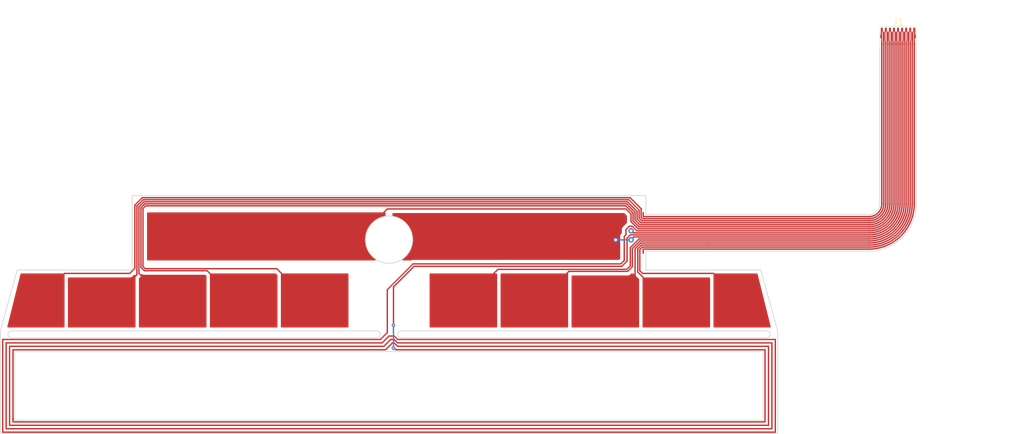
<source format=kicad_pcb>
(kicad_pcb (version 20240108) (generator "pcbnew") (generator_version "8.0")
  (layers (0 "F.Cu" signal) (31 "B.Cu" signal) (34 "B.Paste" user) (35 "F.Paste" user) (36 "B.SilkS" user "B.Silkscreen") (37 "F.SilkS" user "F.Silkscreen") (38 "B.Mask" user) (39 "F.Mask" user) (44 "Edge.Cuts" user))
  (net 0 "")
  (net 1 "/SHIELD")
  (net 2 "/SLDR1")
  (net 3 "/SLDR2")
  (net 4 "/SLDR3")
  (net 5 "/SLDR4")
  (net 6 "/SLDR5")
  (net 7 "/AC1")
  (net 8 "/GUARD")
  (net 9 "/TOPL")
  (net 10 "/SLDL5")
  (net 11 "/SLDL4")
  (net 12 "/SLDL2")
  (net 13 "/SLDL1")
  (net 14 "/SLDL3")
  (net 15 "/TOPR")
  (footprint "maxfootprints:fpc17p0.3mmEdge" (layer "F.Cu") (at 75.3 -45.05)
    (property "Reference" "J1" (at 0.05 -0.65 0) (layer "F.SilkS") (effects (font (thickness 0.1))))
    (property "Value" "Conn_01x17")
    (fp_line (start -2.7 0.2) (end -2.7 3.05) (stroke (width 0.05)) (layer "Edge.Cuts"))
    (fp_line (start -2.5 0) (end 2.5 0) (stroke (width 0.05)) (layer "Edge.Cuts"))
    (fp_line (start 2.7 0.2) (end 2.7 3.05) (stroke (width 0.05)) (layer "Edge.Cuts"))
    (fp_arc (start -2.7 0.2) (mid -2.641421 0.058579) (end -2.5 0) (stroke (width 0.05)) (layer "Edge.Cuts"))
    (fp_arc (start 2.5 0) (mid 2.641421 0.058579) (end 2.7 0.2) (stroke (width 0.05)) (layer "Edge.Cuts"))
    (pad "1" connect custom (at -2.4 2.5) (size 0.2 0.5) (layers "F.Cu") (net 1 "/SHIELD") (options (clearance outline) (anchor rect)) (primitives (gr_poly (pts (xy -0.15 -2.3) (xy 0.15 -2.3) (xy 0.15 -1.75) (xy 0.05 -1.65) (xy 0.05 -0.4) (xy 0.1 -0.25) (xy 0.1 0.25) (xy -0.1 0.25) (xy -0.1 -0.75) (xy -0.23 -0.75) (xy -0.23 -1.25) (xy -0.15 -1.25)) (width 0) (fill yes))))
    (pad "2" connect custom (at -2.1 2.5) (size 0.2 0.5) (layers "F.Cu") (net 13 "/SLDL1") (options (clearance outline) (anchor rect)) (primitives (gr_poly (pts (xy -0.05 -1.75) (xy 0.05 -1.75) (xy 0.15 -1.65) (xy 0.15 -0.4) (xy 0.1 -0.25) (xy 0.1 0.25) (xy -0.1 0.25) (xy -0.1 -0.25) (xy -0.15 -0.4) (xy -0.15 -1.65)) (width 0) (fill yes))))
    (pad "3" connect custom (at -1.8 2.5) (size 0.2 0.5) (layers "F.Cu") (net 12 "/SLDL2") (options (clearance outline) (anchor rect)) (primitives (gr_poly (pts (xy -0.15 -2.3) (xy 0.15 -2.3) (xy 0.15 -1.75) (xy 0.05 -1.65) (xy 0.05 -0.4) (xy 0.1 -0.25) (xy 0.1 0.25) (xy -0.1 0.25) (xy -0.1 -0.25) (xy -0.05 -0.4) (xy -0.05 -1.65) (xy -0.15 -1.75)) (width 0) (fill yes))))
    (pad "4" connect custom (at -1.5 2.5) (size 0.2 0.5) (layers "F.Cu") (net 14 "/SLDL3") (options (clearance outline) (anchor rect)) (primitives (gr_poly (pts (xy -0.05 -1.75) (xy 0.05 -1.75) (xy 0.15 -1.65) (xy 0.15 -0.4) (xy 0.1 -0.25) (xy 0.1 0.25) (xy -0.1 0.25) (xy -0.1 -0.25) (xy -0.15 -0.4) (xy -0.15 -1.65)) (width 0) (fill yes))))
    (pad "5" connect custom (at -1.2 2.5) (size 0.2 0.5) (layers "F.Cu") (net 11 "/SLDL4") (options (clearance outline) (anchor rect)) (primitives (gr_poly (pts (xy -0.15 -2.3) (xy 0.15 -2.3) (xy 0.15 -1.75) (xy 0.05 -1.65) (xy 0.05 -0.4) (xy 0.1 -0.25) (xy 0.1 0.25) (xy -0.1 0.25) (xy -0.1 -0.25) (xy -0.05 -0.4) (xy -0.05 -1.65) (xy -0.15 -1.75)) (width 0) (fill yes))))
    (pad "6" connect custom (at -0.9 2.5) (size 0.2 0.5) (layers "F.Cu") (net 10 "/SLDL5") (options (clearance outline) (anchor rect)) (primitives (gr_poly (pts (xy -0.05 -1.75) (xy 0.05 -1.75) (xy 0.15 -1.65) (xy 0.15 -0.4) (xy 0.1 -0.25) (xy 0.1 0.25) (xy -0.1 0.25) (xy -0.1 -0.25) (xy -0.15 -0.4) (xy -0.15 -1.65)) (width 0) (fill yes))))
    (pad "7" connect custom (at -0.6 2.5) (size 0.2 0.5) (layers "F.Cu") (net 9 "/TOPL") (options (clearance outline) (anchor rect)) (primitives (gr_poly (pts (xy -0.15 -2.3) (xy 0.15 -2.3) (xy 0.15 -1.75) (xy 0.05 -1.65) (xy 0.05 -0.4) (xy 0.1 -0.25) (xy 0.1 0.25) (xy -0.1 0.25) (xy -0.1 -0.25) (xy -0.05 -0.4) (xy -0.05 -1.65) (xy -0.15 -1.75)) (width 0) (fill yes))))
    (pad "8" connect custom (at -0.3 2.5) (size 0.2 0.5) (layers "F.Cu") (net 7 "/AC1") (options (clearance outline) (anchor rect)) (primitives (gr_poly (pts (xy -0.05 -1.75) (xy 0.05 -1.75) (xy 0.15 -1.65) (xy 0.15 -0.4) (xy 0.1 -0.25) (xy 0.1 0.25) (xy -0.1 0.25) (xy -0.1 -0.25) (xy -0.15 -0.4) (xy -0.15 -1.65)) (width 0) (fill yes))))
    (pad "9" connect custom (at 0 2.5) (size 0.2 0.5) (layers "F.Cu") (net 8 "/GUARD") (options (clearance outline) (anchor rect)) (primitives (gr_poly (pts (xy -0.15 -2.3) (xy 0.15 -2.3) (xy 0.15 -1.75) (xy 0.05 -1.65) (xy 0.05 -0.4) (xy 0.1 -0.25) (xy 0.1 0.25) (xy -0.1 0.25) (xy -0.1 -0.25) (xy -0.05 -0.4) (xy -0.05 -1.65) (xy -0.15 -1.75)) (width 0) (fill yes))))
    (pad "10" connect custom (at 0.3 2.5) (size 0.2 0.5) (layers "F.Cu") (net 7 "/AC1") (options (clearance outline) (anchor rect)) (primitives (gr_poly (pts (xy -0.05 -1.75) (xy 0.05 -1.75) (xy 0.15 -1.65) (xy 0.15 -0.4) (xy 0.1 -0.25) (xy 0.1 0.25) (xy -0.1 0.25) (xy -0.1 -0.25) (xy -0.15 -0.4) (xy -0.15 -1.65)) (width 0) (fill yes))))
    (pad "11" connect custom (at 0.6 2.5) (size 0.2 0.5) (layers "F.Cu") (net 15 "/TOPR") (options (clearance outline) (anchor rect)) (primitives (gr_poly (pts (xy -0.15 -2.3) (xy 0.15 -2.3) (xy 0.15 -1.75) (xy 0.05 -1.65) (xy 0.05 -0.4) (xy 0.1 -0.25) (xy 0.1 0.25) (xy -0.1 0.25) (xy -0.1 -0.25) (xy -0.05 -0.4) (xy -0.05 -1.65) (xy -0.15 -1.75)) (width 0) (fill yes))))
    (pad "12" connect custom (at 0.9 2.5) (size 0.2 0.5) (layers "F.Cu") (net 6 "/SLDR5") (options (clearance outline) (anchor rect)) (primitives (gr_poly (pts (xy -0.05 -1.75) (xy 0.05 -1.75) (xy 0.15 -1.65) (xy 0.15 -0.4) (xy 0.1 -0.25) (xy 0.1 0.25) (xy -0.1 0.25) (xy -0.1 -0.25) (xy -0.15 -0.4) (xy -0.15 -1.65)) (width 0) (fill yes))))
    (pad "13" connect custom (at 1.2 2.5) (size 0.2 0.5) (layers "F.Cu") (net 5 "/SLDR4") (options (clearance outline) (anchor rect)) (primitives (gr_poly (pts (xy -0.15 -2.3) (xy 0.15 -2.3) (xy 0.15 -1.75) (xy 0.05 -1.65) (xy 0.05 -0.4) (xy 0.1 -0.25) (xy 0.1 0.25) (xy -0.1 0.25) (xy -0.1 -0.25) (xy -0.05 -0.4) (xy -0.05 -1.65) (xy -0.15 -1.75)) (width 0) (fill yes))))
    (pad "14" connect custom (at 1.5 2.5) (size 0.2 0.5) (layers "F.Cu") (net 4 "/SLDR3") (options (clearance outline) (anchor rect)) (primitives (gr_poly (pts (xy -0.05 -1.75) (xy 0.05 -1.75) (xy 0.15 -1.65) (xy 0.15 -0.4) (xy 0.1 -0.25) (xy 0.1 0.25) (xy -0.1 0.25) (xy -0.1 -0.25) (xy -0.15 -0.4) (xy -0.15 -1.65)) (width 0) (fill yes))))
    (pad "15" connect custom (at 1.8 2.5) (size 0.2 0.5) (layers "F.Cu") (net 3 "/SLDR2") (options (clearance outline) (anchor rect)) (primitives (gr_poly (pts (xy -0.15 -2.3) (xy 0.15 -2.3) (xy 0.15 -1.75) (xy 0.05 -1.65) (xy 0.05 -0.4) (xy 0.1 -0.25) (xy 0.1 0.25) (xy -0.1 0.25) (xy -0.1 -0.25) (xy -0.05 -0.4) (xy -0.05 -1.65) (xy -0.15 -1.75)) (width 0) (fill yes))))
    (pad "16" connect custom (at 2.1 2.5) (size 0.2 0.5) (layers "F.Cu") (net 2 "/SLDR1") (options (clearance outline) (anchor rect)) (primitives (gr_poly (pts (xy -0.05 -1.75) (xy 0.05 -1.75) (xy 0.15 -1.65) (xy 0.15 -0.4) (xy 0.1 -0.25) (xy 0.1 0.25) (xy -0.1 0.25) (xy -0.1 -0.25) (xy -0.15 -0.4) (xy -0.15 -1.65)) (width 0) (fill yes))))
    (pad "17" connect custom (at 2.4 2.5) (size 0.2 0.5) (layers "F.Cu") (net 1 "/SHIELD") (options (clearance outline) (anchor rect)) (primitives (gr_poly (pts (xy -0.15 -2.3) (xy 0.15 -2.3) (xy 0.15 -1.25) (xy 0.23 -1.25) (xy 0.23 -0.75) (xy 0.1 -0.75) (xy 0.1 0.25) (xy -0.1 0.25) (xy -0.1 -0.25) (xy -0.05 -0.4) (xy -0.05 -1.65) (xy -0.15 -1.75)) (width 0) (fill yes))))
  )
  (gr_arc (start 76.2 -18.8) (mid 74.676955 -15.123045) (end 71 -13.6) (stroke (width 0.2)) (layer "F.Cu") (net 6))
  (gr_arc (start 73.5 -18.8) (mid 72.767767 -17.032233) (end 71 -16.3) (stroke (width 0.2)) (layer "F.Cu") (net 12))
  (gr_arc (start 74.7 -18.8) (mid 73.616295 -16.183705) (end 71 -15.1) (stroke (width 0.2)) (layer "F.Cu") (net 9))
  (gr_arc (start 75.9 -18.8) (mid 74.464823 -15.335177) (end 71 -13.9) (stroke (width 0.2)) (layer "F.Cu") (net 15))
  (gr_arc (start 75.3 -18.8) (mid 74.040559 -15.759441) (end 71 -14.5) (stroke (width 0.2)) (layer "F.Cu") (net 8))
  (gr_arc (start 75.6 -18.8) (mid 74.252691 -15.547309) (end 71 -14.2) (stroke (width 0.2)) (layer "F.Cu") (net 7))
  (gr_arc (start 76.5 -18.8) (mid 74.889087 -14.910913) (end 71 -13.3) (stroke (width 0.2)) (layer "F.Cu") (net 5))
  (gr_arc (start 74.1 -18.8) (mid 73.192031 -16.607969) (end 71 -15.7) (stroke (width 0.2)) (layer "F.Cu") (net 11))
  (gr_arc (start 77.1 -18.8) (mid 75.313351 -14.486649) (end 71 -12.7) (stroke (width 0.2)) (layer "F.Cu") (net 3))
  (gr_arc (start 72.9 -18.8) (mid 72.343503 -17.456497) (end 71 -16.9) (stroke (width 0.2)) (layer "F.Cu") (net 1))
  (gr_arc (start 74.4 -18.8) (mid 73.404163 -16.395837) (end 71 -15.4) (stroke (width 0.2)) (layer "F.Cu") (net 10))
  (gr_arc (start 76.8 -18.8) (mid 75.101219 -14.698781) (end 71 -13) (stroke (width 0.2)) (layer "F.Cu") (net 4))
  (gr_arc (start 75 -18.8) (mid 73.828427 -15.971573) (end 71 -14.8) (stroke (width 0.2)) (layer "F.Cu") (net 7))
  (gr_arc (start 73.8 -18.8) (mid 72.979899 -16.820101) (end 71 -16) (stroke (width 0.2)) (layer "F.Cu") (net 14))
  (gr_arc (start 77.4 -18.8) (mid 75.525483 -14.274517) (end 71 -12.4) (stroke (width 0.2)) (layer "F.Cu") (net 2))
  (gr_arc (start 77.7 -18.8) (mid 75.737615 -14.062385) (end 71 -12.1) (stroke (width 0.2)) (layer "F.Cu") (net 1))
  (gr_arc (start 73.2 -18.8) (mid 72.555635 -17.244365) (end 71 -16.6) (stroke (width 0.2)) (layer "F.Cu") (net 13))
  (gr_line (start -38 -9) (end -38 -20) (stroke (width 0.1)) (layer "Edge.Cuts"))
  (gr_line (start 72.6 -18.8) (end 72.6 -42) (stroke (width 0.1)) (layer "Edge.Cuts"))
  (gr_line (start 1.777998 1.016002) (end 55.88 1.016002) (stroke (width 0.1)) (layer "Edge.Cuts"))
  (gr_line (start 78 -18.8) (end 78 -42) (stroke (width 0.1)) (layer "Edge.Cuts"))
  (gr_line (start 57.5 15.24) (end -57.5 15.24) (stroke (width 0.1)) (layer "Edge.Cuts"))
  (gr_arc (start 56.388 0.508001) (mid 56.23921 0.867211) (end 55.88 1.016002) (stroke (width 0.1)) (layer "Edge.Cuts"))
  (gr_line (start 38 -11.8) (end 71 -11.8) (stroke (width 0.1)) (layer "Edge.Cuts"))
  (gr_line (start -55 -9) (end -38 -9) (stroke (width 0.1)) (layer "Edge.Cuts"))
  (gr_line (start -57.5 0) (end -57.5 1.016) (stroke (width 0.1)) (layer "Edge.Cuts"))
  (gr_rect (start -55.372 3.048) (end 55.372 13.208) (stroke (width 0.1)) (fill none) (layer "Edge.Cuts"))
  (gr_line (start -38 -20) (end 38 -20) (stroke (width 0.1)) (layer "Edge.Cuts"))
  (gr_arc (start -1.778 0) (mid -1.41879 0.14879) (end -1.27 0.508) (stroke (width 0.1)) (layer "Edge.Cuts"))
  (gr_line (start 57.5 0) (end 55 -9) (stroke (width 0.1)) (layer "Edge.Cuts"))
  (gr_line (start 38 -17.2) (end 71 -17.2) (stroke (width 0.1)) (layer "Edge.Cuts"))
  (gr_line (start 38 -20) (end 38 -17.2) (stroke (width 0.1)) (layer "Edge.Cuts"))
  (gr_line (start -57.5 0) (end -55 -9) (stroke (width 0.1)) (layer "Edge.Cuts"))
  (gr_arc (start 1.269998 0.508) (mid 1.418788 0.14879) (end 1.777998 0) (stroke (width 0.1)) (layer "Edge.Cuts"))
  (gr_circle (center 0 -13.5) (end 0 -10) (stroke (width 0.1)) (fill none) (layer "Edge.Cuts"))
  (gr_line (start 57.5 1.016) (end 57.5 15.24) (stroke (width 0.1)) (layer "Edge.Cuts"))
  (gr_line (start -55.88 1.016) (end -1.778 1.016) (stroke (width 0.1)) (layer "Edge.Cuts"))
  (gr_line (start 38 -9) (end 38 -11.8) (stroke (width 0.1)) (layer "Edge.Cuts"))
  (gr_line (start -57.5 1.016) (end -57.5 15.24) (stroke (width 0.1)) (layer "Edge.Cuts"))
  (gr_arc (start 1.777998 1.016002) (mid 1.418788 0.867212) (end 1.269998 0.508002) (stroke (width 0.1)) (layer "Edge.Cuts"))
  (gr_line (start -1.778 0) (end -55.88 -0.000002) (stroke (width 0.1)) (layer "Edge.Cuts"))
  (gr_arc (start 55.88 0) (mid 56.23921 0.14879) (end 56.388 0.508) (stroke (width 0.1)) (layer "Edge.Cuts"))
  (gr_arc (start -55.88 1.016) (mid -56.23921 0.86721) (end -56.388 0.508) (stroke (width 0.1)) (layer "Edge.Cuts"))
  (gr_arc (start -1.27 0.508) (mid -1.41879 0.86721) (end -1.778 1.016) (stroke (width 0.1)) (layer "Edge.Cuts"))
  (gr_line (start 57.5 0) (end 57.5 1.016) (stroke (width 0.1)) (layer "Edge.Cuts"))
  (gr_line (start 55.88 0) (end 1.777998 0) (stroke (width 0.1)) (layer "Edge.Cuts"))
  (gr_arc (start -56.388 0.507998) (mid -56.23921 0.148789) (end -55.88 -0.000002) (stroke (width 0.1)) (layer "Edge.Cuts"))
  (gr_line (start 55 -9) (end 38 -9) (stroke (width 0.1)) (layer "Edge.Cuts"))
  (gr_arc (start 72.6 -18.8) (mid 72.131371 -17.668629) (end 71 -17.2) (stroke (width 0.1)) (layer "Edge.Cuts"))
  (gr_arc (start 78 -18.8) (mid 75.949747 -13.850253) (end 71 -11.8) (stroke (width 0.1)) (layer "Edge.Cuts"))
  (segment (start 70.999999 -12.1) (end 37.6 -12.1) (width 0.2) (layer "F.Cu") (net 1))
  (segment (start 72.9 -42.55) (end 72.9 -18.8) (width 0.2) (layer "F.Cu") (net 1))
  (segment (start 77.7 -42.55) (end 77.7 -18.8) (width 0.2) (layer "F.Cu") (net 1))
  (segment (start 71 -16.9) (end 37.6 -16.9) (width 0.2) (layer "F.Cu") (net 1))
  (segment (start 37.6 -12.1) (end 37.6 -11.5) (width 0.2) (layer "F.Cu") (net 1))
  (segment (start 37.6 -16.9) (end 37.6 -17.5) (width 0.2) (layer "F.Cu") (net 1))
  (segment (start 48.5 -8) (end 48 -8.5) (width 0.2) (layer "F.Cu") (net 2))
  (segment (start 37.475736 -12.4) (end 70.999999 -12.4) (width 0.2) (layer "F.Cu") (net 2))
  (segment (start 77.4 -42.55) (end 77.4 -18.8) (width 0.2) (layer "F.Cu") (net 2))
  (segment (start 48 -8.5) (end 37.5 -8.5) (width 0.2) (layer "F.Cu") (net 2))
  (segment (start 37.5 -8.5) (end 37.1 -8.9) (width 0.2) (layer "F.Cu") (net 2))
  (segment (start 37.1 -8.9) (end 37.1 -12.024264) (width 0.2) (layer "F.Cu") (net 2))
  (segment (start 37.1 -12.024264) (end 37.475736 -12.4) (width 0.2) (layer "F.Cu") (net 2))
  (segment (start 47.249999 -12.7) (end 37.351472 -12.7) (width 0.2) (layer "F.Cu") (net 3))
  (segment (start 36.8 -12.148528) (end 36.8 -8.7) (width 0.2) (layer "F.Cu") (net 3))
  (segment (start 36.8 -8.7) (end 37.8 -7.7) (width 0.2) (layer "F.Cu") (net 3))
  (segment (start 77.1 -42.55) (end 77.1 -18.8) (width 0.2) (layer "F.Cu") (net 3))
  (segment (start 70.999999 -12.7) (end 47.249999 -12.7) (width 0.2) (layer "F.Cu") (net 3))
  (segment (start 37.351472 -12.7) (end 36.8 -12.148528) (width 0.2) (layer "F.Cu") (net 3))
  (segment (start 37.227208 -13) (end 36.4 -12.172792) (width 0.2) (layer "F.Cu") (net 4))
  (segment (start 36.4 -12.172792) (end 36.4 -8) (width 0.2) (layer "F.Cu") (net 4))
  (segment (start 70.999999 -13) (end 47.249999 -13) (width 0.2) (layer "F.Cu") (net 4))
  (segment (start 76.8 -42.55) (end 76.8 -18.8) (width 0.2) (layer "F.Cu") (net 4))
  (segment (start 47.249999 -13) (end 37.227208 -13) (width 0.2) (layer "F.Cu") (net 4))
  (segment (start 37.102944 -13.3) (end 36 -12.197056) (width 0.2) (layer "F.Cu") (net 5))
  (segment (start 36 -12.197056) (end 36 -9.5) (width 0.2) (layer "F.Cu") (net 5))
  (segment (start 70.999999 -13.3) (end 47.249999 -13.3) (width 0.2) (layer "F.Cu") (net 5))
  (segment (start 36 -9.5) (end 35.3 -8.8) (width 0.2) (layer "F.Cu") (net 5))
  (segment (start 33.6 -8.8) (end 26.6 -8.8) (width 0.2) (layer "F.Cu") (net 5))
  (segment (start 35.3 -8.8) (end 33.6 -8.8) (width 0.2) (layer "F.Cu") (net 5))
  (segment (start 47.249999 -13.3) (end 37.102944 -13.3) (width 0.2) (layer "F.Cu") (net 5))
  (segment (start 26.6 -8.8) (end 25.9 -8.1) (width 0.2) (layer "F.Cu") (net 5))
  (segment (start 76.5 -42.55) (end 76.5 -18.8) (width 0.2) (layer "F.Cu") (net 5))
  (segment (start 76.2 -42.55) (end 76.2 -18.8) (width 0.2) (layer "F.Cu") (net 6))
  (segment (start 36.97868 -13.6) (end 35.7 -12.32132) (width 0.2) (layer "F.Cu") (net 6))
  (segment (start 35.7 -12.32132) (end 35.7 -9.624264) (width 0.2) (layer "F.Cu") (net 6))
  (segment (start 35.7 -9.624264) (end 35.175736 -9.1) (width 0.2) (layer "F.Cu") (net 6))
  (segment (start 16.1 -9.1) (end 15 -8) (width 0.2) (layer "F.Cu") (net 6))
  (segment (start 35.175736 -9.1) (end 16.1 -9.1) (width 0.2) (layer "F.Cu") (net 6))
  (segment (start 70.999999 -13.6) (end 36.97868 -13.6) (width 0.2) (layer "F.Cu") (net 6))
  (segment (start 0.508 1.778) (end 0.762 1.778) (width 0.2) (layer "F.Cu") (net 7))
  (segment (start 35.052 -14.986) (end 35.56 -15.494) (width 0.2) (layer "F.Cu") (net 7))
  (segment (start -55.626 12.954) (end -55.626 13.462) (width 0.2) (layer "F.Cu") (net 7))
  (segment (start 34.442329 -9.550329) (end 3.708329 -9.550329) (width 0.2) (layer "F.Cu") (net 7))
  (segment (start -56.134 13.97) (end -56.134 2.286) (width 0.2) (layer "F.Cu") (net 7))
  (segment (start 35.214 -10.322) (end 34.442329 -9.550329) (width 0.2) (layer "F.Cu") (net 7))
  (segment (start 55.626 13.462) (end 55.626 2.794) (width 0.2) (layer "F.Cu") (net 7))
  (segment (start 0.762 0.762) (end 1.27 1.27) (width 0.2) (layer "F.Cu") (net 7))
  (segment (start 34.798 -10.414) (end 34.798 -13.97) (width 0.2) (layer "F.Cu") (net 7))
  (segment (start 34.798 -13.97) (end 35.052 -14.224) (width 0.2) (layer "F.Cu") (net 7))
  (segment (start 3.708329 -9.550329) (end 0.662294 -6.504294) (width 0.2) (layer "F.Cu") (net 7))
  (segment (start 35.56 -15.494) (end 35.968529 -15.494) (width 0.2) (layer "F.Cu") (net 7))
  (segment (start -54.864 13.462) (end 55.626 13.462) (width 0.2) (layer "F.Cu") (net 7))
  (segment (start -55.626 2.794) (end -0.508 2.794) (width 0.2) (layer "F.Cu") (net 7))
  (segment (start -1.27 1.27) (end -0.254 0.254) (width 0.2) (layer "F.Cu") (net 7))
  (segment (start -0.508 2.794) (end 0.508 1.778) (width 0.2) (layer "F.Cu") (net 7))
  (segment (start -55.626 12.954) (end -55.626 13.208) (width 0.2) (layer "F.Cu") (net 7))
  (segment (start 35.214 -13.710529) (end 35.214 -10.322) (width 0.2) (layer "F.Cu") (net 7))
  (segment (start 0.762 1.778) (end 1.27 2.286) (width 0.2) (layer "F.Cu") (net 7))
  (segment (start 0 0.762) (end 0.762 0.762) (width 0.2) (layer "F.Cu") (net 7))
  (segment (start -0.254 0.254) (end -0.254 -6.096) (width 0.2) (layer "F.Cu") (net 7))
  (segment (start 56.134 2.286) (end 56.134 13.97) (width 0.2) (layer "F.Cu") (net 7))
  (segment (start -57.15 14.986) (end -57.15 1.27) (width 0.2) (layer "F.Cu") (net 7))
  (segment (start 55.626 2.794) (end 1.016 2.794) (width 0.2) (layer "F.Cu") (net 7))
  (segment (start 0.762 1.27) (end 1.27 1.778) (width 0.2) (layer "F.Cu") (net 7))
  (segment (start 0.662294 -6.504294) (end 0.662294 -0.823875) (width 0.2) (layer "F.Cu") (net 7))
  (segment (start 56.134 13.97) (end -56.134 13.97) (width 0.2) (layer "F.Cu") (net 7))
  (segment (start 1.016 2.794) (end 0.784117 2.562117) (width 0.2) (layer "F.Cu") (net 7))
  (segment (start -57.15 1.27) (end -1.27 1.27) (width 0.2) (layer "F.Cu") (net 7))
  (segment (start -56.642 1.778) (end -1.016 1.778) (width 0.2) (layer "F.Cu") (net 7))
  (segment (start -55.626 13.462) (end -55.372 13.462) (width 0.2) (layer "F.Cu") (net 7))
  (segment (start 70.999999 -14.2) (end 35.703471 -14.2) (width 0.2) (layer "F.Cu") (net 7))
  (segment (start 1.27 2.286) (end 56.134 2.286) (width 0.2) (layer "F.Cu") (net 7))
  (segment (start 3.556 -9.906) (end 34.29 -9.906) (width 0.2) (layer "F.Cu") (net 7))
  (segment (start 0.254 1.27) (end 0.762 1.27) (width 0.2) (layer "F.Cu") (net 7))
  (segment (start 75.6 -42.55) (end 75.6 -18.8) (width 0.2) (layer "F.Cu") (net 7))
  (segment (start -1.016 1.778) (end 0 0.762) (width 0.2) (layer "F.Cu") (net 7))
  (segment (start 57.15 14.986) (end -57.15 14.986) (width 0.2) (layer "F.Cu") (net 7))
  (segment (start 34.29 -9.906) (end 34.798 -10.414) (width 0.2) (layer "F.Cu") (net 7))
  (segment (start 35.052 -14.224) (end 35.052 -14.986) (width 0.2) (layer "F.Cu") (net 7))
  (segment (start 0.784117 2.562117) (end 0.658714 2.562117) (width 0.2) (layer "F.Cu") (net 7))
  (segment (start -0.254 -6.096) (end 3.556 -9.906) (width 0.2) (layer "F.Cu") (net 7))
  (segment (start 35.968529 -15.494) (end 36.662529 -14.8) (width 0.2) (layer "F.Cu") (net 7))
  (segment (start 75 -42.55) (end 75 -18.8) (width 0.2) (layer "F.Cu") (net 7))
  (segment (start -0.762 2.286) (end 0.254 1.27) (width 0.2) (layer "F.Cu") (net 7))
  (segment (start -56.642 14.478) (end -56.642 1.778) (width 0.2) (layer "F.Cu") (net 7))
  (segment (start 56.642 1.778) (end 56.642 14.478) (width 0.2) (layer "F.Cu") (net 7))
  (segment (start 1.27 1.27) (end 57.15 1.27) (width 0.2) (layer "F.Cu") (net 7))
  (segment (start 56.642 14.478) (end -56.642 14.478) (width 0.2) (layer "F.Cu") (net 7))
  (segment (start 35.703471 -14.2) (end 35.214 -13.710529) (width 0.2) (layer "F.Cu") (net 7))
  (segment (start -56.134 2.286) (end -0.762 2.286) (width 0.2) (layer "F.Cu") (net 7))
  (segment (start 57.15 1.27) (end 57.15 14.986) (width 0.2) (layer "F.Cu") (net 7))
  (segment (start 1.27 1.778) (end 56.642 1.778) (width 0.2) (layer "F.Cu") (net 7))
  (segment (start -55.372 13.462) (end -54.864 13.462) (width 0.2) (layer "F.Cu") (net 7))
  (segment (start 36.662529 -14.8) (end 70.999999 -14.8) (width 0.2) (layer "F.Cu") (net 7))
  (segment (start -55.626 12.954) (end -55.626 2.794) (width 0.2) (layer "F.Cu") (net 7))
  (via (at 0.662294 -0.823875) (size 0.5) (drill 0.2) (layers "F.Cu" "B.Cu") (net 7))
  (via (at 0.658714 2.562117) (size 0.5) (drill 0.2) (layers "F.Cu" "B.Cu") (net 7))
  (segment (start 0.658714 2.562117) (end 0.658714 -0.820295) (width 0.2) (layer "B.Cu") (net 7))
  (segment (start 0.658714 -0.820295) (end 0.662294 -0.823875) (width 0.2) (layer "B.Cu") (net 7))
  (segment (start 75.3 -42.55) (end 75.3 -18.8) (width 0.2) (layer "F.Cu") (net 8))
  (segment (start 36.114 -14.5) (end 70.999999 -14.5) (width 0.2) (layer "F.Cu") (net 8))
  (segment (start 35.814 -14.8) (end 36.114 -14.5) (width 0.2) (layer "F.Cu") (net 8))
  (via (at 35.814 -14.8) (size 0.8) (drill 0.4) (layers "F.Cu" "B.Cu") (net 8))
  (segment (start 74.7 -42.55) (end 74.7 -18.8) (width 0.2) (layer "F.Cu") (net 9))
  (segment (start 70.999999 -15.1) (end 36.854416 -15.1) (width 0.2) (layer "F.Cu") (net 9))
  (segment (start 36.854416 -15.1) (end 35.8 -16.154416) (width 0.2) (layer "F.Cu") (net 9))
  (segment (start 35.049208 -18.034) (end -0.254 -18.034) (width 0.2) (layer "F.Cu") (net 9))
  (segment (start -0.254 -18.034) (end -1.016 -17.272) (width 0.2) (layer "F.Cu") (net 9))
  (segment (start 35.8 -17.283208) (end 35.049208 -18.034) (width 0.2) (layer "F.Cu") (net 9))
  (segment (start 35.8 -16.154416) (end 35.8 -17.283208) (width 0.2) (layer "F.Cu") (net 9))
  (segment (start -1.016 -17.272) (end -1.524 -17.272) (width 0.2) (layer "F.Cu") (net 9))
  (segment (start -36.002944 -18.5) (end -36.4 -18.102944) (width 0.2) (layer "F.Cu") (net 10))
  (segment (start 36.97868 -15.4) (end 36.1 -16.27868) (width 0.2) (layer "F.Cu") (net 10))
  (segment (start 35.007472 -18.5) (end -36.002944 -18.5) (width 0.2) (layer "F.Cu") (net 10))
  (segment (start -36.075736 -9.2) (end -16.6 -9.2) (width 0.2) (layer "F.Cu") (net 10))
  (segment (start 74.4 -42.55) (end 74.4 -18.8) (width 0.2) (layer "F.Cu") (net 10))
  (segment (start -16.6 -9.2) (end -15.5 -8.1) (width 0.2) (layer "F.Cu") (net 10))
  (segment (start 36.1 -16.27868) (end 36.1 -17.407472) (width 0.2) (layer "F.Cu") (net 10))
  (segment (start -36.4 -18.102944) (end -36.4 -9.524264) (width 0.2) (layer "F.Cu") (net 10))
  (segment (start 36.1 -17.407472) (end 35.007472 -18.5) (width 0.2) (layer "F.Cu") (net 10))
  (segment (start -36.4 -9.524264) (end -36.075736 -9.2) (width 0.2) (layer "F.Cu") (net 10))
  (segment (start 70.999999 -15.399999) (end 36.97868 -15.4) (width 0.2) (layer "F.Cu") (net 10))
  (segment (start -26.9 -8.9) (end -26.1 -8.1) (width 0.2) (layer "F.Cu") (net 11))
  (segment (start 37.102944 -15.7) (end 36.4 -16.402944) (width 0.2) (layer "F.Cu") (net 11))
  (segment (start 36.4 -16.402944) (end 36.4 -17.531736) (width 0.2) (layer "F.Cu") (net 11))
  (segment (start 35.131736 -18.8) (end -36.127208 -18.8) (width 0.2) (layer "F.Cu") (net 11))
  (segment (start 36.4 -17.531736) (end 35.131736 -18.8) (width 0.2) (layer "F.Cu") (net 11))
  (segment (start 70.999999 -15.699999) (end 37.102944 -15.7) (width 0.2) (layer "F.Cu") (net 11))
  (segment (start -36.7 -18.227208) (end -36.7 -9.4) (width 0.2) (layer "F.Cu") (net 11))
  (segment (start -36.2 -8.9) (end -26.9 -8.9) (width 0.2) (layer "F.Cu") (net 11))
  (segment (start -36.7 -9.4) (end -36.2 -8.9) (width 0.2) (layer "F.Cu") (net 11))
  (segment (start 74.1 -42.55) (end 74.1 -18.8) (width 0.2) (layer "F.Cu") (net 11))
  (segment (start -36.127208 -18.8) (end -36.7 -18.227208) (width 0.2) (layer "F.Cu") (net 11))
  (segment (start 71 -16.3) (end 37.351472 -16.3) (width 0.2) (layer "F.Cu") (net 12))
  (segment (start 37.351472 -16.3) (end 37 -16.651472) (width 0.2) (layer "F.Cu") (net 12))
  (segment (start 37 -17.864) (end 35.464 -19.4) (width 0.2) (layer "F.Cu") (net 12))
  (segment (start 73.5 -42.55) (end 73.5 -18.8) (width 0.2) (layer "F.Cu") (net 12))
  (segment (start -36.375736 -19.4) (end -37.3 -18.475736) (width 0.2) (layer "F.Cu") (net 12))
  (segment (start 35.464 -19.4) (end -36.375736 -19.4) (width 0.2) (layer "F.Cu") (net 12))
  (segment (start 37 -16.651472) (end 37 -17.864) (width 0.2) (layer "F.Cu") (net 12))
  (segment (start -37.3 -8.3) (end -38.1 -7.5) (width 0.2) (layer "F.Cu") (net 12))
  (segment (start -37.3 -18.475736) (end -37.3 -8.3) (width 0.2) (layer "F.Cu") (net 12))
  (segment (start 73.2 -42.55) (end 73.2 -18.8) (width 0.2) (layer "F.Cu") (net 13))
  (segment (start 37.3 -18.072) (end 35.672 -19.7) (width 0.2) (layer "F.Cu") (net 13))
  (segment (start -37.6 -18.6) (end -37.6 -9.258579) (width 0.2) (layer "F.Cu") (net 13))
  (segment (start -37.6 -9.258579) (end -38.358579 -8.5) (width 0.2) (layer "F.Cu") (net 13))
  (segment (start -36.5 -19.7) (end -37.6 -18.6) (width 0.2) (layer "F.Cu") (net 13))
  (segment (start -38.358579 -8.5) (end -48 -8.5) (width 0.2) (layer "F.Cu") (net 13))
  (segment (start 71 -16.6) (end 37.475736 -16.6) (width 0.2) (layer "F.Cu") (net 13))
  (segment (start 35.672 -19.7) (end -36.5 -19.7) (width 0.2) (layer "F.Cu") (net 13))
  (segment (start 37.475736 -16.6) (end 37.3 -16.775736) (width 0.2) (layer "F.Cu") (net 13))
  (segment (start -48 -8.5) (end -51.5 -5) (width 0.2) (layer "F.Cu") (net 13))
  (segment (start 37.3 -16.775736) (end 37.3 -18.072) (width 0.2) (layer "F.Cu") (net 13))
  (segment (start 36.7 -17.656) (end 35.256 -19.1) (width 0.2) (layer "F.Cu") (net 14))
  (segment (start 70.999999 -15.999999) (end 37.227208 -16) (width 0.2) (layer "F.Cu") (net 14))
  (segment (start 35.256 -19.1) (end -36.251472 -19.1) (width 0.2) (layer "F.Cu") (net 14))
  (segment (start 37.227208 -16) (end 36.7 -16.527208) (width 0.2) (layer "F.Cu") (net 14))
  (segment (start 73.8 -42.55) (end 73.8 -18.8) (width 0.2) (layer "F.Cu") (net 14))
  (segment (start -37 -18.351472) (end -37 -8.5) (width 0.2) (layer "F.Cu") (net 14))
  (segment (start 36.7 -16.527208) (end 36.7 -17.656) (width 0.2) (layer "F.Cu") (net 14))
  (segment (start -36.251472 -19.1) (end -37 -18.351472) (width 0.2) (layer "F.Cu") (net 14))
  (segment (start -37 -8.5) (end -36.3 -7.8) (width 0.2) (layer "F.Cu") (net 14))
  (segment (start 70.999999 -13.9) (end 36.9 -13.9) (width 0.2) (layer "F.Cu") (net 15))
  (segment (start 75.9 -42.55) (end 75.9 -18.8) (width 0.2) (layer "F.Cu") (net 15))
  (segment (start 36.9 -13.9) (end 36.2 -13.9) (width 0.2) (layer "F.Cu") (net 15))
  (segment (start 35.752 -13.4) (end 35.814 -13.462) (width 0.2) (layer "F.Cu") (net 15))
  (segment (start 36.2 -13.9) (end 35.7 -13.4) (width 0.2) (layer "F.Cu") (net 15))
  (segment (start 35.7 -13.4) (end 35.752 -13.4) (width 0.2) (layer "F.Cu") (net 15))
  (via (at 33.528 -13.462) (size 0.8) (drill 0.4) (layers "F.Cu" "B.Cu") (net 15))
  (via (at 35.814 -13.462) (size 0.8) (drill 0.4) (layers "F.Cu" "B.Cu") (net 15))
  (segment (start 35.814 -13.462) (end 33.528 -13.462) (width 0.2) (layer "B.Cu") (net 15))
  (zone (net 14) (net_name "/SLDL3") (layer "F.Cu") (priority 1) (connect_pads (clearance 0.5)) (min_thickness 0.25) (fill yes (thermal_gap 0.5) (thermal_bridge_width 0.5))
    (polygon (pts (xy -37 -8.5) (xy -37 -0.5) (xy -27 -0.5) (xy -27 -8.5)))
  )
  (zone (net 10) (net_name "/SLDL5") (layer "F.Cu") (priority 1) (connect_pads (clearance 0.5)) (min_thickness 0.25) (fill yes (thermal_gap 0.5) (thermal_bridge_width 0.5))
    (polygon (pts (xy -16 -8.5) (xy -16 -0.5) (xy -6 -0.5) (xy -6 -8.5)))
  )
  (zone (net 4) (net_name "/SLDR3") (layer "F.Cu") (priority 1) (connect_pads (clearance 0.5)) (min_thickness 0.25) (fill yes (thermal_gap 0.5) (thermal_bridge_width 0.5))
    (polygon (pts (xy 27 -8.5) (xy 27 -0.5) (xy 37 -0.5) (xy 37 -8.5)))
  )
  (zone (net 9) (net_name "/TOPL") (layer "F.Cu") (priority 3) (connect_pads (clearance 0.5)) (min_thickness 0.25) (fill yes (thermal_gap 0.5) (thermal_bridge_width 0.5))
    (polygon (pts (xy -36.322 -17.526) (xy -0.508 -17.526) (xy -0.508 -10.414) (xy -36.322 -10.414)))
  )
  (zone (net 13) (net_name "/SLDL1") (layer "F.Cu") (connect_pads (clearance 0.5)) (min_thickness 0.25) (fill yes (thermal_gap 0.5) (thermal_bridge_width 0.5))
    (polygon (pts (xy -56.5 -0.5) (xy -54.5 -8.5) (xy -48 -8.5) (xy -48 -0.5)))
  )
  (zone (net 3) (net_name "/SLDR2") (layer "F.Cu") (priority 1) (connect_pads (clearance 0.5)) (min_thickness 0.25) (fill yes (thermal_gap 0.5) (thermal_bridge_width 0.5))
    (polygon (pts (xy 37.5 -8.5) (xy 37.5 -0.5) (xy 47.5 -0.5) (xy 47.5 -8.5)))
  )
  (zone (net 15) (net_name "/TOPR") (layer "F.Cu") (priority 4) (connect_pads (clearance 0.5)) (min_thickness 0.25) (fill yes (thermal_gap 0.5) (thermal_bridge_width 0.5))
    (polygon (pts (xy 35.306 -17.526) (xy 0.508 -17.526) (xy 0.508 -10.414) (xy 35.306 -10.414)))
  )
  (zone (net 11) (net_name "/SLDL4") (layer "F.Cu") (priority 1) (connect_pads (clearance 0.5)) (min_thickness 0.25) (fill yes (thermal_gap 0.5) (thermal_bridge_width 0.5))
    (polygon (pts (xy -26.5 -8.5) (xy -26.5 -0.5) (xy -16.5 -0.5) (xy -16.5 -8.5)))
  )
  (zone (net 12) (net_name "/SLDL2") (layer "F.Cu") (priority 1) (connect_pads (clearance 0.5)) (min_thickness 0.25) (fill yes (thermal_gap 0.5) (thermal_bridge_width 0.5))
    (polygon (pts (xy -47.5 -8.5) (xy -47.5 -0.5) (xy -37.5 -0.5) (xy -37.5 -8.5)))
  )
  (zone (net 2) (net_name "/SLDR1") (layer "F.Cu") (priority 2) (connect_pads (clearance 0.5)) (min_thickness 0.25) (fill yes (thermal_gap 0.5) (thermal_bridge_width 0.5))
    (polygon (pts (xy 48 -8.5) (xy 54.5 -8.5) (xy 56.5 -0.5) (xy 48 -0.5)))
  )
  (zone (net 5) (net_name "/SLDR4") (layer "F.Cu") (priority 1) (connect_pads (clearance 0.5)) (min_thickness 0.25) (fill yes (thermal_gap 0.5) (thermal_bridge_width 0.5))
    (polygon (pts (xy 16.5 -8.5) (xy 16.5 -0.5) (xy 26.5 -0.5) (xy 26.5 -8.5)))
  )
  (zone (net 6) (net_name "/SLDR5") (layer "F.Cu") (priority 1) (connect_pads (clearance 0.5)) (min_thickness 0.25) (fill yes (thermal_gap 0.5) (thermal_bridge_width 0.5))
    (polygon (pts (xy 8.636 -8.5) (xy 6 -8.5) (xy 6 -0.5) (xy 16 -0.5) (xy 16 -8.5)))
  )
)
</source>
